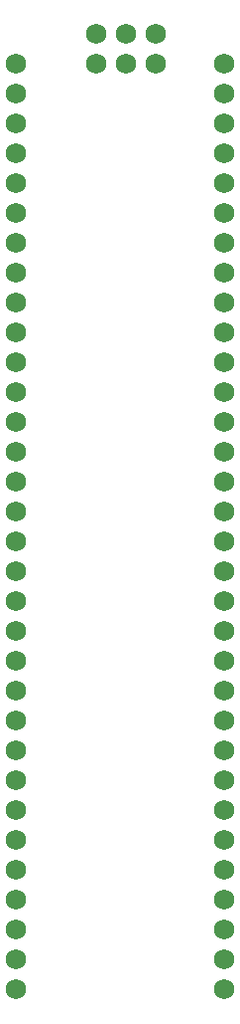
<source format=gbs>
%TF.GenerationSoftware,KiCad,Pcbnew,7.0.8*%
%TF.CreationDate,2023-12-20T10:37:59-05:00*%
%TF.ProjectId,gba-umd,6762612d-756d-4642-9e6b-696361645f70,rev?*%
%TF.SameCoordinates,PX7cc0090PY8eeaea0*%
%TF.FileFunction,Soldermask,Bot*%
%TF.FilePolarity,Negative*%
%FSLAX46Y46*%
G04 Gerber Fmt 4.6, Leading zero omitted, Abs format (unit mm)*
G04 Created by KiCad (PCBNEW 7.0.8) date 2023-12-20 10:37:59*
%MOMM*%
%LPD*%
G01*
G04 APERTURE LIST*
%ADD10C,1.727200*%
G04 APERTURE END LIST*
D10*
%TO.C,CON102*%
X5080000Y83820000D03*
X5080000Y81280000D03*
X5080000Y78740000D03*
X5080000Y76200000D03*
X5080000Y73660000D03*
X5080000Y71120000D03*
X5080000Y68580000D03*
X5080000Y66040000D03*
X5080000Y63500000D03*
X5080000Y60960000D03*
X5080000Y58420000D03*
X5080000Y55880000D03*
X5080000Y53340000D03*
X5080000Y50800000D03*
X5080000Y48260000D03*
X5080000Y45720000D03*
X5080000Y43180000D03*
X5080000Y40640000D03*
X5080000Y38100000D03*
X5080000Y35560000D03*
X5080000Y33020000D03*
X5080000Y30480000D03*
X5080000Y27940000D03*
X5080000Y25400000D03*
X5080000Y22860000D03*
X5080000Y20320000D03*
X5080000Y17780000D03*
X5080000Y15240000D03*
X5080000Y12700000D03*
X5080000Y10160000D03*
X5080000Y7620000D03*
X5080000Y5080000D03*
X22860000Y5080000D03*
X22860000Y7620000D03*
X22860000Y10160000D03*
X22860000Y12700000D03*
X22860000Y15240000D03*
X22860000Y17780000D03*
X22860000Y20320000D03*
X22860000Y22860000D03*
X22860000Y25400000D03*
X22860000Y27940000D03*
X22860000Y30480000D03*
X22860000Y33020000D03*
X22860000Y35560000D03*
X22860000Y38100000D03*
X22860000Y40640000D03*
X22860000Y43180000D03*
X22860000Y45720000D03*
X22860000Y48260000D03*
X22860000Y50800000D03*
X22860000Y53340000D03*
X22860000Y55880000D03*
X22860000Y58420000D03*
X22860000Y60960000D03*
X22860000Y63500000D03*
X22860000Y66040000D03*
X22860000Y68580000D03*
X22860000Y71120000D03*
X22860000Y73660000D03*
X22860000Y76200000D03*
X22860000Y78740000D03*
X22860000Y81280000D03*
X22860000Y83820000D03*
%TD*%
%TO.C,CON101*%
X11938000Y83820000D03*
X11938000Y86360000D03*
X14478000Y83820000D03*
X14478000Y86360000D03*
X17018000Y83820000D03*
X17018000Y86360000D03*
%TD*%
M02*

</source>
